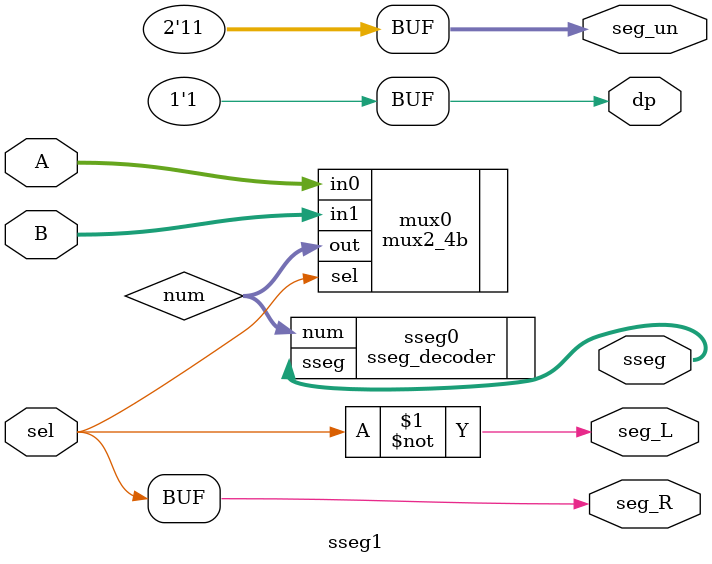
<source format=sv>
`timescale 1ns / 1ps


module sseg1(
    input [3:0] A,
    input [3:0] B,
    input sel,
    output [1:0] seg_un,
    output dp,
    output[6:0] sseg,
    output seg_L,
    output seg_R
    );
    wire[3:0] num;
    
mux2_4b mux0(
    .in0(A),
    .in1(B),
    .sel(sel),
    .out(num)
    );
    
sseg_decoder sseg0(
    .num(num),
    .sseg(sseg)
    );
    
assign seg_L=~sel;
assign seg_R=sel;
assign seg_un[1:0] = 2'b11;
assign dp = 1;

endmodule

</source>
